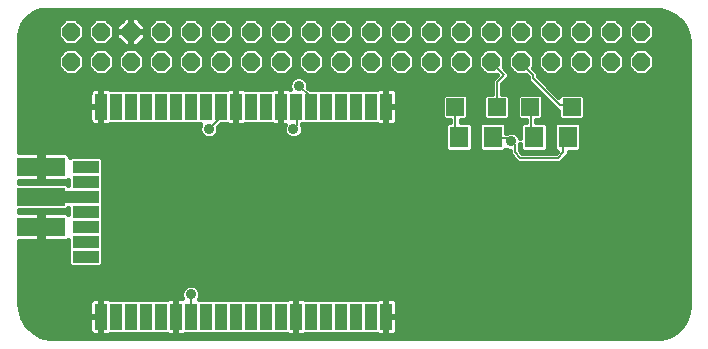
<source format=gtl>
G75*
%MOIN*%
%OFA0B0*%
%FSLAX25Y25*%
%IPPOS*%
%LPD*%
%AMOC8*
5,1,8,0,0,1.08239X$1,22.5*
%
%ADD10R,0.16000X0.06000*%
%ADD11OC8,0.06000*%
%ADD12R,0.04000X0.08858*%
%ADD13R,0.08858X0.04000*%
%ADD14R,0.05906X0.05906*%
%ADD15R,0.06299X0.07098*%
%ADD16C,0.04000*%
%ADD17C,0.00600*%
%ADD18C,0.03600*%
%ADD19C,0.01600*%
%ADD20R,0.03962X0.03962*%
D10*
X0016800Y0051800D03*
X0016800Y0061800D03*
X0016800Y0071800D03*
D11*
X0026800Y0106800D03*
X0036800Y0106800D03*
X0046800Y0106800D03*
X0056800Y0106800D03*
X0066800Y0106800D03*
X0076800Y0106800D03*
X0086800Y0106800D03*
X0096800Y0106800D03*
X0106800Y0106800D03*
X0116800Y0106800D03*
X0126800Y0106800D03*
X0136800Y0106800D03*
X0146800Y0106800D03*
X0156800Y0106800D03*
X0166800Y0106800D03*
X0176800Y0106800D03*
X0186800Y0106800D03*
X0196800Y0106800D03*
X0206800Y0106800D03*
X0216800Y0106800D03*
X0216800Y0116800D03*
X0206800Y0116800D03*
X0196800Y0116800D03*
X0186800Y0116800D03*
X0176800Y0116800D03*
X0166800Y0116800D03*
X0156800Y0116800D03*
X0146800Y0116800D03*
X0136800Y0116800D03*
X0126800Y0116800D03*
X0116800Y0116800D03*
X0106800Y0116800D03*
X0096800Y0116800D03*
X0086800Y0116800D03*
X0076800Y0116800D03*
X0066800Y0116800D03*
X0056800Y0116800D03*
X0046800Y0116800D03*
X0036800Y0116800D03*
X0026800Y0116800D03*
D12*
X0036800Y0091800D03*
X0041800Y0091800D03*
X0046800Y0091800D03*
X0051800Y0091800D03*
X0056800Y0091800D03*
X0061800Y0091800D03*
X0066800Y0091800D03*
X0071800Y0091800D03*
X0076800Y0091800D03*
X0081800Y0091800D03*
X0086800Y0091800D03*
X0091800Y0091800D03*
X0096800Y0091800D03*
X0101800Y0091800D03*
X0106800Y0091800D03*
X0111800Y0091800D03*
X0116800Y0091800D03*
X0121800Y0091800D03*
X0126800Y0091800D03*
X0131800Y0091800D03*
X0131800Y0021800D03*
X0126800Y0021800D03*
X0121800Y0021800D03*
X0116800Y0021800D03*
X0111800Y0021800D03*
X0106800Y0021800D03*
X0101800Y0021800D03*
X0096800Y0021800D03*
X0091800Y0021800D03*
X0086800Y0021800D03*
X0081800Y0021800D03*
X0076800Y0021800D03*
X0071800Y0021800D03*
X0066800Y0021800D03*
X0061800Y0021800D03*
X0056800Y0021800D03*
X0051800Y0021800D03*
X0046800Y0021800D03*
X0041800Y0021800D03*
X0036800Y0021800D03*
D13*
X0031800Y0041800D03*
X0031800Y0046800D03*
X0031800Y0051800D03*
X0031800Y0056800D03*
X0031800Y0061800D03*
X0031800Y0066800D03*
X0031800Y0071800D03*
D14*
X0154910Y0091800D03*
X0168690Y0091800D03*
X0179910Y0091800D03*
X0193690Y0091800D03*
D15*
X0192398Y0081800D03*
X0181202Y0081800D03*
X0167398Y0081800D03*
X0156202Y0081800D03*
D16*
X0031800Y0061800D02*
X0016800Y0061800D01*
D17*
X0072800Y0084400D02*
X0076400Y0088000D01*
X0076400Y0091600D01*
X0076800Y0091800D01*
X0101000Y0084400D02*
X0102200Y0085600D01*
X0102200Y0091600D01*
X0101800Y0091800D01*
X0106400Y0092200D02*
X0106800Y0091800D01*
X0106400Y0092200D02*
X0106400Y0095200D01*
X0102800Y0098800D01*
X0154910Y0091800D02*
X0155000Y0091600D01*
X0155000Y0083200D01*
X0156200Y0082000D01*
X0156202Y0081800D01*
X0167398Y0081800D02*
X0167600Y0081400D01*
X0172400Y0081400D01*
X0173600Y0080200D01*
X0174800Y0079000D01*
X0174800Y0076600D01*
X0176600Y0074800D01*
X0189200Y0074800D01*
X0191000Y0076600D01*
X0191000Y0080200D01*
X0192200Y0081400D01*
X0192398Y0081800D01*
X0181202Y0081800D02*
X0180800Y0082000D01*
X0180200Y0082600D01*
X0180200Y0091600D01*
X0179910Y0091800D01*
X0180800Y0101200D02*
X0189800Y0092200D01*
X0193400Y0092200D01*
X0193690Y0091800D01*
X0180800Y0101200D02*
X0180800Y0102400D01*
X0176600Y0106600D01*
X0176800Y0106800D01*
X0171200Y0102400D02*
X0166800Y0106800D01*
X0171200Y0102400D02*
X0168800Y0100000D01*
X0168800Y0092200D01*
X0168690Y0091800D01*
X0066800Y0029200D02*
X0066800Y0021800D01*
D18*
X0066800Y0029200D03*
X0072800Y0084400D03*
X0101000Y0084400D03*
X0102800Y0098800D03*
X0173600Y0080200D03*
D19*
X0016602Y0015463D02*
X0014037Y0016944D01*
X0011944Y0019037D01*
X0010463Y0021602D01*
X0009697Y0024462D01*
X0009600Y0025942D01*
X0009600Y0047000D01*
X0016100Y0047000D01*
X0016100Y0051100D01*
X0017500Y0051100D01*
X0017500Y0047000D01*
X0025037Y0047000D01*
X0025495Y0047123D01*
X0025905Y0047360D01*
X0025971Y0047425D01*
X0025971Y0044220D01*
X0025971Y0039220D01*
X0026791Y0038400D01*
X0036809Y0038400D01*
X0037629Y0039220D01*
X0037629Y0074380D01*
X0036809Y0075200D01*
X0026791Y0075200D01*
X0026600Y0075009D01*
X0026600Y0075037D01*
X0026477Y0075495D01*
X0026240Y0075905D01*
X0025905Y0076240D01*
X0025495Y0076477D01*
X0025037Y0076600D01*
X0017500Y0076600D01*
X0017500Y0072500D01*
X0016100Y0072500D01*
X0016100Y0076600D01*
X0009600Y0076600D01*
X0009600Y0115598D01*
X0009703Y0116906D01*
X0010511Y0119394D01*
X0012049Y0121511D01*
X0014166Y0123049D01*
X0016655Y0123858D01*
X0017963Y0123961D01*
X0222275Y0123961D01*
X0223636Y0123871D01*
X0226265Y0123167D01*
X0228622Y0121806D01*
X0230546Y0119882D01*
X0231907Y0117525D01*
X0232612Y0114896D01*
X0232701Y0113535D01*
X0232701Y0025055D01*
X0232611Y0023691D01*
X0231905Y0021054D01*
X0230540Y0018691D01*
X0228610Y0016761D01*
X0226247Y0015396D01*
X0223610Y0014689D01*
X0222245Y0014600D01*
X0020942Y0014600D01*
X0019462Y0014697D01*
X0016602Y0015463D01*
X0018342Y0014997D02*
X0224758Y0014997D01*
X0228324Y0016596D02*
X0135431Y0016596D01*
X0135477Y0016676D02*
X0135600Y0017134D01*
X0135600Y0021600D01*
X0132000Y0021600D01*
X0132000Y0022000D01*
X0131600Y0022000D01*
X0131600Y0028029D01*
X0129563Y0028029D01*
X0129105Y0027906D01*
X0128695Y0027669D01*
X0128654Y0027629D01*
X0104946Y0027629D01*
X0104905Y0027669D01*
X0104495Y0027906D01*
X0104037Y0028029D01*
X0102000Y0028029D01*
X0102000Y0022000D01*
X0101600Y0022000D01*
X0101600Y0028029D01*
X0099563Y0028029D01*
X0099105Y0027906D01*
X0098695Y0027669D01*
X0098654Y0027629D01*
X0069613Y0027629D01*
X0070000Y0028563D01*
X0070000Y0029837D01*
X0069513Y0031013D01*
X0068613Y0031913D01*
X0067437Y0032400D01*
X0066163Y0032400D01*
X0064987Y0031913D01*
X0064087Y0031013D01*
X0063600Y0029837D01*
X0063600Y0028563D01*
X0063821Y0028029D01*
X0062000Y0028029D01*
X0062000Y0022000D01*
X0061600Y0022000D01*
X0061600Y0028029D01*
X0059563Y0028029D01*
X0059105Y0027906D01*
X0058695Y0027669D01*
X0058654Y0027629D01*
X0039946Y0027629D01*
X0039905Y0027669D01*
X0039495Y0027906D01*
X0039037Y0028029D01*
X0037000Y0028029D01*
X0037000Y0022000D01*
X0036600Y0022000D01*
X0036600Y0028029D01*
X0034563Y0028029D01*
X0034105Y0027906D01*
X0033695Y0027669D01*
X0033360Y0027334D01*
X0033123Y0026924D01*
X0033000Y0026466D01*
X0033000Y0022000D01*
X0036600Y0022000D01*
X0036600Y0021600D01*
X0037000Y0021600D01*
X0037000Y0015571D01*
X0039037Y0015571D01*
X0039495Y0015694D01*
X0039905Y0015930D01*
X0039946Y0015971D01*
X0058654Y0015971D01*
X0058695Y0015930D01*
X0059105Y0015694D01*
X0059563Y0015571D01*
X0061600Y0015571D01*
X0061600Y0021600D01*
X0062000Y0021600D01*
X0062000Y0015571D01*
X0064037Y0015571D01*
X0064495Y0015694D01*
X0064905Y0015930D01*
X0064946Y0015971D01*
X0098654Y0015971D01*
X0098695Y0015930D01*
X0099105Y0015694D01*
X0099563Y0015571D01*
X0101600Y0015571D01*
X0101600Y0021600D01*
X0102000Y0021600D01*
X0102000Y0015571D01*
X0104037Y0015571D01*
X0104495Y0015694D01*
X0104905Y0015930D01*
X0104946Y0015971D01*
X0128654Y0015971D01*
X0128695Y0015930D01*
X0129105Y0015694D01*
X0129563Y0015571D01*
X0131600Y0015571D01*
X0131600Y0021600D01*
X0132000Y0021600D01*
X0132000Y0015571D01*
X0134037Y0015571D01*
X0134495Y0015694D01*
X0134905Y0015930D01*
X0135240Y0016266D01*
X0135477Y0016676D01*
X0135600Y0018194D02*
X0230044Y0018194D01*
X0231177Y0019793D02*
X0135600Y0019793D01*
X0135600Y0021391D02*
X0231995Y0021391D01*
X0232423Y0022990D02*
X0135600Y0022990D01*
X0135600Y0022000D02*
X0132000Y0022000D01*
X0132000Y0028029D01*
X0134037Y0028029D01*
X0134495Y0027906D01*
X0134905Y0027669D01*
X0135240Y0027334D01*
X0135477Y0026924D01*
X0135600Y0026466D01*
X0135600Y0022000D01*
X0132000Y0021391D02*
X0131600Y0021391D01*
X0131600Y0019793D02*
X0132000Y0019793D01*
X0132000Y0018194D02*
X0131600Y0018194D01*
X0131600Y0016596D02*
X0132000Y0016596D01*
X0132000Y0022990D02*
X0131600Y0022990D01*
X0131600Y0024588D02*
X0132000Y0024588D01*
X0132000Y0026187D02*
X0131600Y0026187D01*
X0131600Y0027785D02*
X0132000Y0027785D01*
X0134705Y0027785D02*
X0232701Y0027785D01*
X0232701Y0026187D02*
X0135600Y0026187D01*
X0135600Y0024588D02*
X0232670Y0024588D01*
X0232701Y0029384D02*
X0070000Y0029384D01*
X0069678Y0027785D02*
X0098895Y0027785D01*
X0101600Y0027785D02*
X0102000Y0027785D01*
X0102000Y0026187D02*
X0101600Y0026187D01*
X0101600Y0024588D02*
X0102000Y0024588D01*
X0102000Y0022990D02*
X0101600Y0022990D01*
X0101600Y0021391D02*
X0102000Y0021391D01*
X0102000Y0019793D02*
X0101600Y0019793D01*
X0101600Y0018194D02*
X0102000Y0018194D01*
X0102000Y0016596D02*
X0101600Y0016596D01*
X0104705Y0027785D02*
X0128895Y0027785D01*
X0069525Y0030982D02*
X0232701Y0030982D01*
X0232701Y0032581D02*
X0009600Y0032581D01*
X0009600Y0034179D02*
X0232701Y0034179D01*
X0232701Y0035778D02*
X0009600Y0035778D01*
X0009600Y0037376D02*
X0232701Y0037376D01*
X0232701Y0038975D02*
X0037384Y0038975D01*
X0037629Y0040573D02*
X0232701Y0040573D01*
X0232701Y0042172D02*
X0037629Y0042172D01*
X0037629Y0043770D02*
X0232701Y0043770D01*
X0232701Y0045369D02*
X0037629Y0045369D01*
X0037629Y0046967D02*
X0232701Y0046967D01*
X0232701Y0048566D02*
X0037629Y0048566D01*
X0037629Y0050164D02*
X0232701Y0050164D01*
X0232701Y0051763D02*
X0037629Y0051763D01*
X0037629Y0053361D02*
X0232701Y0053361D01*
X0232701Y0054960D02*
X0037629Y0054960D01*
X0037629Y0056558D02*
X0232701Y0056558D01*
X0232701Y0058157D02*
X0037629Y0058157D01*
X0037629Y0059755D02*
X0232701Y0059755D01*
X0232701Y0061354D02*
X0037629Y0061354D01*
X0037629Y0062952D02*
X0232701Y0062952D01*
X0232701Y0064551D02*
X0037629Y0064551D01*
X0037629Y0066149D02*
X0232701Y0066149D01*
X0232701Y0067748D02*
X0037629Y0067748D01*
X0037629Y0069346D02*
X0232701Y0069346D01*
X0232701Y0070945D02*
X0037629Y0070945D01*
X0037629Y0072543D02*
X0232701Y0072543D01*
X0232701Y0074142D02*
X0190946Y0074142D01*
X0191704Y0074900D02*
X0189904Y0073100D01*
X0175896Y0073100D01*
X0174900Y0074096D01*
X0173100Y0075896D01*
X0173100Y0077000D01*
X0172963Y0077000D01*
X0171787Y0077487D01*
X0171776Y0077499D01*
X0171128Y0076851D01*
X0163669Y0076851D01*
X0162849Y0077671D01*
X0162849Y0085929D01*
X0163669Y0086749D01*
X0171128Y0086749D01*
X0171948Y0085929D01*
X0171948Y0083100D01*
X0172239Y0083100D01*
X0172963Y0083400D01*
X0174237Y0083400D01*
X0175413Y0082913D01*
X0176313Y0082013D01*
X0176652Y0081194D01*
X0176652Y0085929D01*
X0177472Y0086749D01*
X0178500Y0086749D01*
X0178500Y0087447D01*
X0176378Y0087447D01*
X0175557Y0088267D01*
X0175557Y0095333D01*
X0176378Y0096153D01*
X0183443Y0096153D01*
X0184263Y0095333D01*
X0184263Y0088267D01*
X0183443Y0087447D01*
X0181900Y0087447D01*
X0181900Y0086749D01*
X0184931Y0086749D01*
X0185751Y0085929D01*
X0185751Y0077671D01*
X0184931Y0076851D01*
X0177472Y0076851D01*
X0176652Y0077671D01*
X0176652Y0079206D01*
X0176500Y0078839D01*
X0176500Y0077304D01*
X0177304Y0076500D01*
X0188496Y0076500D01*
X0188847Y0076851D01*
X0188669Y0076851D01*
X0187849Y0077671D01*
X0187849Y0085929D01*
X0188669Y0086749D01*
X0196128Y0086749D01*
X0196948Y0085929D01*
X0196948Y0077671D01*
X0196128Y0076851D01*
X0192700Y0076851D01*
X0192700Y0075896D01*
X0191704Y0074900D01*
X0192545Y0075740D02*
X0232701Y0075740D01*
X0232701Y0077339D02*
X0196616Y0077339D01*
X0196948Y0078937D02*
X0232701Y0078937D01*
X0232701Y0080536D02*
X0196948Y0080536D01*
X0196948Y0082134D02*
X0232701Y0082134D01*
X0232701Y0083733D02*
X0196948Y0083733D01*
X0196948Y0085332D02*
X0232701Y0085332D01*
X0232701Y0086930D02*
X0181900Y0086930D01*
X0184263Y0088529D02*
X0189337Y0088529D01*
X0189337Y0088267D02*
X0190157Y0087447D01*
X0197222Y0087447D01*
X0198043Y0088267D01*
X0198043Y0095333D01*
X0197222Y0096153D01*
X0190157Y0096153D01*
X0189337Y0095333D01*
X0189337Y0095067D01*
X0182500Y0101904D01*
X0182500Y0103104D01*
X0180913Y0104691D01*
X0181200Y0104977D01*
X0181200Y0108623D01*
X0178623Y0111200D01*
X0174977Y0111200D01*
X0172400Y0108623D01*
X0172400Y0104977D01*
X0174977Y0102400D01*
X0178396Y0102400D01*
X0179100Y0101696D01*
X0179100Y0100496D01*
X0180096Y0099500D01*
X0188100Y0091496D01*
X0188100Y0091496D01*
X0189096Y0090500D01*
X0189337Y0090500D01*
X0189337Y0088267D01*
X0189337Y0090127D02*
X0184263Y0090127D01*
X0184263Y0091726D02*
X0187870Y0091726D01*
X0186272Y0093324D02*
X0184263Y0093324D01*
X0184263Y0094923D02*
X0184673Y0094923D01*
X0183075Y0096521D02*
X0170500Y0096521D01*
X0170500Y0096153D02*
X0170500Y0099296D01*
X0171904Y0100700D01*
X0172900Y0101696D01*
X0172900Y0103104D01*
X0171113Y0104891D01*
X0171200Y0104977D01*
X0171200Y0108623D01*
X0168623Y0111200D01*
X0164977Y0111200D01*
X0162400Y0108623D01*
X0162400Y0104977D01*
X0164977Y0102400D01*
X0168623Y0102400D01*
X0168709Y0102487D01*
X0168796Y0102400D01*
X0167100Y0100704D01*
X0167100Y0096153D01*
X0165157Y0096153D01*
X0164337Y0095333D01*
X0164337Y0088267D01*
X0165157Y0087447D01*
X0172222Y0087447D01*
X0173043Y0088267D01*
X0173043Y0095333D01*
X0172222Y0096153D01*
X0170500Y0096153D01*
X0173043Y0094923D02*
X0175557Y0094923D01*
X0175557Y0093324D02*
X0173043Y0093324D01*
X0173043Y0091726D02*
X0175557Y0091726D01*
X0175557Y0090127D02*
X0173043Y0090127D01*
X0173043Y0088529D02*
X0175557Y0088529D01*
X0178500Y0086930D02*
X0156700Y0086930D01*
X0156700Y0086749D02*
X0156700Y0087447D01*
X0158443Y0087447D01*
X0159263Y0088267D01*
X0159263Y0095333D01*
X0158443Y0096153D01*
X0151378Y0096153D01*
X0150557Y0095333D01*
X0150557Y0088267D01*
X0151378Y0087447D01*
X0153300Y0087447D01*
X0153300Y0086749D01*
X0152472Y0086749D01*
X0151652Y0085929D01*
X0151652Y0077671D01*
X0152472Y0076851D01*
X0159931Y0076851D01*
X0160751Y0077671D01*
X0160751Y0085929D01*
X0159931Y0086749D01*
X0156700Y0086749D01*
X0159263Y0088529D02*
X0164337Y0088529D01*
X0164337Y0090127D02*
X0159263Y0090127D01*
X0159263Y0091726D02*
X0164337Y0091726D01*
X0164337Y0093324D02*
X0159263Y0093324D01*
X0159263Y0094923D02*
X0164337Y0094923D01*
X0167100Y0096521D02*
X0135585Y0096521D01*
X0135600Y0096466D02*
X0135477Y0096924D01*
X0135240Y0097334D01*
X0134905Y0097669D01*
X0134495Y0097906D01*
X0134037Y0098029D01*
X0132000Y0098029D01*
X0132000Y0092000D01*
X0131600Y0092000D01*
X0131600Y0098029D01*
X0129563Y0098029D01*
X0129105Y0097906D01*
X0128695Y0097669D01*
X0128654Y0097629D01*
X0106375Y0097629D01*
X0105953Y0098051D01*
X0106000Y0098163D01*
X0106000Y0099437D01*
X0105513Y0100613D01*
X0104613Y0101513D01*
X0103437Y0102000D01*
X0102163Y0102000D01*
X0100987Y0101513D01*
X0100087Y0100613D01*
X0099600Y0099437D01*
X0099600Y0098163D01*
X0099773Y0097746D01*
X0099495Y0097906D01*
X0099037Y0098029D01*
X0097000Y0098029D01*
X0097000Y0092000D01*
X0096600Y0092000D01*
X0096600Y0098029D01*
X0094563Y0098029D01*
X0094105Y0097906D01*
X0093695Y0097669D01*
X0093654Y0097629D01*
X0084946Y0097629D01*
X0084905Y0097669D01*
X0084495Y0097906D01*
X0084037Y0098029D01*
X0082000Y0098029D01*
X0082000Y0092000D01*
X0081600Y0092000D01*
X0081600Y0098029D01*
X0079563Y0098029D01*
X0079105Y0097906D01*
X0078695Y0097669D01*
X0078654Y0097629D01*
X0039946Y0097629D01*
X0039905Y0097669D01*
X0039495Y0097906D01*
X0039037Y0098029D01*
X0037000Y0098029D01*
X0037000Y0092000D01*
X0036600Y0092000D01*
X0036600Y0098029D01*
X0034563Y0098029D01*
X0034105Y0097906D01*
X0033695Y0097669D01*
X0033360Y0097334D01*
X0033123Y0096924D01*
X0033000Y0096466D01*
X0033000Y0092000D01*
X0036600Y0092000D01*
X0036600Y0091600D01*
X0037000Y0091600D01*
X0037000Y0085571D01*
X0039037Y0085571D01*
X0039495Y0085694D01*
X0039905Y0085930D01*
X0039946Y0085971D01*
X0069987Y0085971D01*
X0069600Y0085037D01*
X0069600Y0083763D01*
X0070087Y0082587D01*
X0070987Y0081687D01*
X0072163Y0081200D01*
X0073437Y0081200D01*
X0074613Y0081687D01*
X0075513Y0082587D01*
X0076000Y0083763D01*
X0076000Y0085037D01*
X0075953Y0085149D01*
X0076775Y0085971D01*
X0078654Y0085971D01*
X0078695Y0085930D01*
X0079105Y0085694D01*
X0079563Y0085571D01*
X0081600Y0085571D01*
X0081600Y0091600D01*
X0082000Y0091600D01*
X0082000Y0085571D01*
X0084037Y0085571D01*
X0084495Y0085694D01*
X0084905Y0085930D01*
X0084946Y0085971D01*
X0093654Y0085971D01*
X0093695Y0085930D01*
X0094105Y0085694D01*
X0094563Y0085571D01*
X0096600Y0085571D01*
X0096600Y0091600D01*
X0097000Y0091600D01*
X0097000Y0085571D01*
X0098021Y0085571D01*
X0097800Y0085037D01*
X0097800Y0083763D01*
X0098287Y0082587D01*
X0099187Y0081687D01*
X0100363Y0081200D01*
X0101637Y0081200D01*
X0102813Y0081687D01*
X0103713Y0082587D01*
X0104200Y0083763D01*
X0104200Y0085037D01*
X0103900Y0085761D01*
X0103900Y0085971D01*
X0128654Y0085971D01*
X0128695Y0085930D01*
X0129105Y0085694D01*
X0129563Y0085571D01*
X0131600Y0085571D01*
X0131600Y0091600D01*
X0132000Y0091600D01*
X0132000Y0092000D01*
X0135600Y0092000D01*
X0135600Y0096466D01*
X0135600Y0094923D02*
X0150557Y0094923D01*
X0150557Y0093324D02*
X0135600Y0093324D01*
X0135600Y0091600D02*
X0132000Y0091600D01*
X0132000Y0085571D01*
X0134037Y0085571D01*
X0134495Y0085694D01*
X0134905Y0085930D01*
X0135240Y0086266D01*
X0135477Y0086676D01*
X0135600Y0087134D01*
X0135600Y0091600D01*
X0135600Y0090127D02*
X0150557Y0090127D01*
X0150557Y0088529D02*
X0135600Y0088529D01*
X0135545Y0086930D02*
X0153300Y0086930D01*
X0151652Y0085332D02*
X0104078Y0085332D01*
X0104187Y0083733D02*
X0151652Y0083733D01*
X0151652Y0082134D02*
X0103260Y0082134D01*
X0098740Y0082134D02*
X0075060Y0082134D01*
X0075987Y0083733D02*
X0097813Y0083733D01*
X0097922Y0085332D02*
X0076136Y0085332D01*
X0081600Y0086930D02*
X0082000Y0086930D01*
X0082000Y0088529D02*
X0081600Y0088529D01*
X0081600Y0090127D02*
X0082000Y0090127D01*
X0082000Y0093324D02*
X0081600Y0093324D01*
X0081600Y0094923D02*
X0082000Y0094923D01*
X0082000Y0096521D02*
X0081600Y0096521D01*
X0078623Y0102400D02*
X0074977Y0102400D01*
X0072400Y0104977D01*
X0072400Y0108623D01*
X0074977Y0111200D01*
X0078623Y0111200D01*
X0081200Y0108623D01*
X0081200Y0104977D01*
X0078623Y0102400D01*
X0079138Y0102915D02*
X0084462Y0102915D01*
X0084977Y0102400D02*
X0088623Y0102400D01*
X0091200Y0104977D01*
X0091200Y0108623D01*
X0088623Y0111200D01*
X0084977Y0111200D01*
X0082400Y0108623D01*
X0082400Y0104977D01*
X0084977Y0102400D01*
X0082864Y0104514D02*
X0080736Y0104514D01*
X0081200Y0106112D02*
X0082400Y0106112D01*
X0082400Y0107711D02*
X0081200Y0107711D01*
X0080513Y0109309D02*
X0083087Y0109309D01*
X0084685Y0110908D02*
X0078915Y0110908D01*
X0078623Y0112400D02*
X0081200Y0114977D01*
X0081200Y0118623D01*
X0078623Y0121200D01*
X0074977Y0121200D01*
X0072400Y0118623D01*
X0072400Y0114977D01*
X0074977Y0112400D01*
X0078623Y0112400D01*
X0078729Y0112506D02*
X0084871Y0112506D01*
X0084977Y0112400D02*
X0088623Y0112400D01*
X0091200Y0114977D01*
X0091200Y0118623D01*
X0088623Y0121200D01*
X0084977Y0121200D01*
X0082400Y0118623D01*
X0082400Y0114977D01*
X0084977Y0112400D01*
X0083273Y0114105D02*
X0080327Y0114105D01*
X0081200Y0115703D02*
X0082400Y0115703D01*
X0082400Y0117302D02*
X0081200Y0117302D01*
X0080922Y0118900D02*
X0082678Y0118900D01*
X0084276Y0120499D02*
X0079324Y0120499D01*
X0074276Y0120499D02*
X0069324Y0120499D01*
X0068623Y0121200D02*
X0064977Y0121200D01*
X0062400Y0118623D01*
X0062400Y0114977D01*
X0064977Y0112400D01*
X0068623Y0112400D01*
X0071200Y0114977D01*
X0071200Y0118623D01*
X0068623Y0121200D01*
X0070922Y0118900D02*
X0072678Y0118900D01*
X0072400Y0117302D02*
X0071200Y0117302D01*
X0071200Y0115703D02*
X0072400Y0115703D01*
X0073273Y0114105D02*
X0070327Y0114105D01*
X0068729Y0112506D02*
X0074871Y0112506D01*
X0074685Y0110908D02*
X0068915Y0110908D01*
X0068623Y0111200D02*
X0064977Y0111200D01*
X0062400Y0108623D01*
X0062400Y0104977D01*
X0064977Y0102400D01*
X0068623Y0102400D01*
X0071200Y0104977D01*
X0071200Y0108623D01*
X0068623Y0111200D01*
X0070513Y0109309D02*
X0073087Y0109309D01*
X0072400Y0107711D02*
X0071200Y0107711D01*
X0071200Y0106112D02*
X0072400Y0106112D01*
X0072864Y0104514D02*
X0070736Y0104514D01*
X0069138Y0102915D02*
X0074462Y0102915D01*
X0064462Y0102915D02*
X0059138Y0102915D01*
X0058623Y0102400D02*
X0061200Y0104977D01*
X0061200Y0108623D01*
X0058623Y0111200D01*
X0054977Y0111200D01*
X0052400Y0108623D01*
X0052400Y0104977D01*
X0054977Y0102400D01*
X0058623Y0102400D01*
X0060736Y0104514D02*
X0062864Y0104514D01*
X0062400Y0106112D02*
X0061200Y0106112D01*
X0061200Y0107711D02*
X0062400Y0107711D01*
X0063087Y0109309D02*
X0060513Y0109309D01*
X0058915Y0110908D02*
X0064685Y0110908D01*
X0064871Y0112506D02*
X0058729Y0112506D01*
X0058623Y0112400D02*
X0061200Y0114977D01*
X0061200Y0118623D01*
X0058623Y0121200D01*
X0054977Y0121200D01*
X0052400Y0118623D01*
X0052400Y0114977D01*
X0054977Y0112400D01*
X0058623Y0112400D01*
X0060327Y0114105D02*
X0063273Y0114105D01*
X0062400Y0115703D02*
X0061200Y0115703D01*
X0061200Y0117302D02*
X0062400Y0117302D01*
X0062678Y0118900D02*
X0060922Y0118900D01*
X0059324Y0120499D02*
X0064276Y0120499D01*
X0054276Y0120499D02*
X0049889Y0120499D01*
X0048788Y0121600D02*
X0047000Y0121600D01*
X0047000Y0117000D01*
X0051600Y0117000D01*
X0051600Y0118788D01*
X0048788Y0121600D01*
X0047000Y0120499D02*
X0046600Y0120499D01*
X0046600Y0121600D02*
X0044812Y0121600D01*
X0042000Y0118788D01*
X0042000Y0117000D01*
X0046600Y0117000D01*
X0046600Y0121600D01*
X0043711Y0120499D02*
X0039324Y0120499D01*
X0038623Y0121200D02*
X0034977Y0121200D01*
X0032400Y0118623D01*
X0032400Y0114977D01*
X0034977Y0112400D01*
X0038623Y0112400D01*
X0041200Y0114977D01*
X0041200Y0118623D01*
X0038623Y0121200D01*
X0040922Y0118900D02*
X0042112Y0118900D01*
X0042000Y0117302D02*
X0041200Y0117302D01*
X0042000Y0116600D02*
X0042000Y0114812D01*
X0044812Y0112000D01*
X0046600Y0112000D01*
X0046600Y0116600D01*
X0047000Y0116600D01*
X0047000Y0117000D01*
X0046600Y0117000D01*
X0046600Y0116600D01*
X0042000Y0116600D01*
X0042000Y0115703D02*
X0041200Y0115703D01*
X0040327Y0114105D02*
X0042707Y0114105D01*
X0044306Y0112506D02*
X0038729Y0112506D01*
X0038623Y0111200D02*
X0034977Y0111200D01*
X0032400Y0108623D01*
X0032400Y0104977D01*
X0034977Y0102400D01*
X0038623Y0102400D01*
X0041200Y0104977D01*
X0041200Y0108623D01*
X0038623Y0111200D01*
X0038915Y0110908D02*
X0044685Y0110908D01*
X0044977Y0111200D02*
X0042400Y0108623D01*
X0042400Y0104977D01*
X0044977Y0102400D01*
X0048623Y0102400D01*
X0051200Y0104977D01*
X0051200Y0108623D01*
X0048623Y0111200D01*
X0044977Y0111200D01*
X0046600Y0112506D02*
X0047000Y0112506D01*
X0047000Y0112000D02*
X0048788Y0112000D01*
X0051600Y0114812D01*
X0051600Y0116600D01*
X0047000Y0116600D01*
X0047000Y0112000D01*
X0048915Y0110908D02*
X0054685Y0110908D01*
X0054871Y0112506D02*
X0049294Y0112506D01*
X0050893Y0114105D02*
X0053273Y0114105D01*
X0052400Y0115703D02*
X0051600Y0115703D01*
X0051600Y0117302D02*
X0052400Y0117302D01*
X0052678Y0118900D02*
X0051488Y0118900D01*
X0047000Y0118900D02*
X0046600Y0118900D01*
X0046600Y0117302D02*
X0047000Y0117302D01*
X0047000Y0115703D02*
X0046600Y0115703D01*
X0046600Y0114105D02*
X0047000Y0114105D01*
X0050513Y0109309D02*
X0053087Y0109309D01*
X0052400Y0107711D02*
X0051200Y0107711D01*
X0051200Y0106112D02*
X0052400Y0106112D01*
X0052864Y0104514D02*
X0050736Y0104514D01*
X0049138Y0102915D02*
X0054462Y0102915D01*
X0044462Y0102915D02*
X0039138Y0102915D01*
X0040736Y0104514D02*
X0042864Y0104514D01*
X0042400Y0106112D02*
X0041200Y0106112D01*
X0041200Y0107711D02*
X0042400Y0107711D01*
X0043087Y0109309D02*
X0040513Y0109309D01*
X0034685Y0110908D02*
X0028915Y0110908D01*
X0028623Y0111200D02*
X0024977Y0111200D01*
X0022400Y0108623D01*
X0022400Y0104977D01*
X0024977Y0102400D01*
X0028623Y0102400D01*
X0031200Y0104977D01*
X0031200Y0108623D01*
X0028623Y0111200D01*
X0028623Y0112400D02*
X0031200Y0114977D01*
X0031200Y0118623D01*
X0028623Y0121200D01*
X0024977Y0121200D01*
X0022400Y0118623D01*
X0022400Y0114977D01*
X0024977Y0112400D01*
X0028623Y0112400D01*
X0028729Y0112506D02*
X0034871Y0112506D01*
X0033273Y0114105D02*
X0030327Y0114105D01*
X0031200Y0115703D02*
X0032400Y0115703D01*
X0032400Y0117302D02*
X0031200Y0117302D01*
X0030922Y0118900D02*
X0032678Y0118900D01*
X0034276Y0120499D02*
X0029324Y0120499D01*
X0024276Y0120499D02*
X0011314Y0120499D01*
X0010351Y0118900D02*
X0022678Y0118900D01*
X0022400Y0117302D02*
X0009832Y0117302D01*
X0009703Y0116906D02*
X0009703Y0116906D01*
X0009608Y0115703D02*
X0022400Y0115703D01*
X0023273Y0114105D02*
X0009600Y0114105D01*
X0009600Y0112506D02*
X0024871Y0112506D01*
X0024685Y0110908D02*
X0009600Y0110908D01*
X0009600Y0109309D02*
X0023087Y0109309D01*
X0022400Y0107711D02*
X0009600Y0107711D01*
X0009600Y0106112D02*
X0022400Y0106112D01*
X0022864Y0104514D02*
X0009600Y0104514D01*
X0009600Y0102915D02*
X0024462Y0102915D01*
X0029138Y0102915D02*
X0034462Y0102915D01*
X0032864Y0104514D02*
X0030736Y0104514D01*
X0031200Y0106112D02*
X0032400Y0106112D01*
X0032400Y0107711D02*
X0031200Y0107711D01*
X0030513Y0109309D02*
X0033087Y0109309D01*
X0033015Y0096521D02*
X0009600Y0096521D01*
X0009600Y0094923D02*
X0033000Y0094923D01*
X0036600Y0094923D02*
X0037000Y0094923D01*
X0037000Y0096521D02*
X0036600Y0096521D01*
X0036600Y0093324D02*
X0037000Y0093324D01*
X0036600Y0091726D02*
X0009600Y0091726D01*
X0009600Y0093324D02*
X0033000Y0093324D01*
X0033000Y0091600D02*
X0033000Y0087134D01*
X0033123Y0086676D01*
X0033360Y0086266D01*
X0033695Y0085930D01*
X0034105Y0085694D01*
X0034563Y0085571D01*
X0036600Y0085571D01*
X0036600Y0091600D01*
X0033000Y0091600D01*
X0033000Y0090127D02*
X0009600Y0090127D01*
X0009600Y0088529D02*
X0033000Y0088529D01*
X0033055Y0086930D02*
X0009600Y0086930D01*
X0009600Y0085332D02*
X0069722Y0085332D01*
X0069613Y0083733D02*
X0009600Y0083733D01*
X0009600Y0082134D02*
X0070540Y0082134D01*
X0096600Y0086930D02*
X0097000Y0086930D01*
X0097000Y0088529D02*
X0096600Y0088529D01*
X0096600Y0090127D02*
X0097000Y0090127D01*
X0097000Y0093324D02*
X0096600Y0093324D01*
X0096600Y0094923D02*
X0097000Y0094923D01*
X0097000Y0096521D02*
X0096600Y0096521D01*
X0099618Y0098120D02*
X0009600Y0098120D01*
X0009600Y0099718D02*
X0099717Y0099718D01*
X0100791Y0101317D02*
X0009600Y0101317D01*
X0036600Y0090127D02*
X0037000Y0090127D01*
X0037000Y0088529D02*
X0036600Y0088529D01*
X0036600Y0086930D02*
X0037000Y0086930D01*
X0026335Y0075740D02*
X0173255Y0075740D01*
X0172145Y0077339D02*
X0171616Y0077339D01*
X0174854Y0074142D02*
X0037629Y0074142D01*
X0025971Y0067425D02*
X0025971Y0065609D01*
X0025380Y0066200D01*
X0009600Y0066200D01*
X0009600Y0067000D01*
X0016100Y0067000D01*
X0016100Y0071100D01*
X0017500Y0071100D01*
X0017500Y0067000D01*
X0025037Y0067000D01*
X0025495Y0067123D01*
X0025905Y0067360D01*
X0025971Y0067425D01*
X0025971Y0066149D02*
X0025430Y0066149D01*
X0017500Y0067748D02*
X0016100Y0067748D01*
X0016100Y0069346D02*
X0017500Y0069346D01*
X0017500Y0070945D02*
X0016100Y0070945D01*
X0016100Y0072543D02*
X0017500Y0072543D01*
X0017500Y0074142D02*
X0016100Y0074142D01*
X0016100Y0075740D02*
X0017500Y0075740D01*
X0009600Y0077339D02*
X0151984Y0077339D01*
X0151652Y0078937D02*
X0009600Y0078937D01*
X0009600Y0080536D02*
X0151652Y0080536D01*
X0160751Y0080536D02*
X0162849Y0080536D01*
X0162849Y0082134D02*
X0160751Y0082134D01*
X0160751Y0083733D02*
X0162849Y0083733D01*
X0162849Y0085332D02*
X0160751Y0085332D01*
X0171948Y0085332D02*
X0176652Y0085332D01*
X0176652Y0083733D02*
X0171948Y0083733D01*
X0176191Y0082134D02*
X0176652Y0082134D01*
X0176652Y0078937D02*
X0176541Y0078937D01*
X0176500Y0077339D02*
X0176984Y0077339D01*
X0185419Y0077339D02*
X0188181Y0077339D01*
X0187849Y0078937D02*
X0185751Y0078937D01*
X0185751Y0080536D02*
X0187849Y0080536D01*
X0187849Y0082134D02*
X0185751Y0082134D01*
X0185751Y0083733D02*
X0187849Y0083733D01*
X0187849Y0085332D02*
X0185751Y0085332D01*
X0198043Y0088529D02*
X0232701Y0088529D01*
X0232701Y0090127D02*
X0198043Y0090127D01*
X0198043Y0091726D02*
X0232701Y0091726D01*
X0232701Y0093324D02*
X0198043Y0093324D01*
X0198043Y0094923D02*
X0232701Y0094923D01*
X0232701Y0096521D02*
X0187883Y0096521D01*
X0186285Y0098120D02*
X0232701Y0098120D01*
X0232701Y0099718D02*
X0184686Y0099718D01*
X0183087Y0101317D02*
X0232701Y0101317D01*
X0232701Y0102915D02*
X0219138Y0102915D01*
X0218623Y0102400D02*
X0221200Y0104977D01*
X0221200Y0108623D01*
X0218623Y0111200D01*
X0214977Y0111200D01*
X0212400Y0108623D01*
X0212400Y0104977D01*
X0214977Y0102400D01*
X0218623Y0102400D01*
X0220736Y0104514D02*
X0232701Y0104514D01*
X0232701Y0106112D02*
X0221200Y0106112D01*
X0221200Y0107711D02*
X0232701Y0107711D01*
X0232701Y0109309D02*
X0220513Y0109309D01*
X0218915Y0110908D02*
X0232701Y0110908D01*
X0232701Y0112506D02*
X0218729Y0112506D01*
X0218623Y0112400D02*
X0221200Y0114977D01*
X0221200Y0118623D01*
X0218623Y0121200D01*
X0214977Y0121200D01*
X0212400Y0118623D01*
X0212400Y0114977D01*
X0214977Y0112400D01*
X0218623Y0112400D01*
X0220327Y0114105D02*
X0232663Y0114105D01*
X0232395Y0115703D02*
X0221200Y0115703D01*
X0221200Y0117302D02*
X0231967Y0117302D01*
X0231113Y0118900D02*
X0220922Y0118900D01*
X0219324Y0120499D02*
X0229929Y0120499D01*
X0228118Y0122097D02*
X0012856Y0122097D01*
X0016156Y0123696D02*
X0224291Y0123696D01*
X0214276Y0120499D02*
X0209324Y0120499D01*
X0208623Y0121200D02*
X0204977Y0121200D01*
X0202400Y0118623D01*
X0202400Y0114977D01*
X0204977Y0112400D01*
X0208623Y0112400D01*
X0211200Y0114977D01*
X0211200Y0118623D01*
X0208623Y0121200D01*
X0210922Y0118900D02*
X0212678Y0118900D01*
X0212400Y0117302D02*
X0211200Y0117302D01*
X0211200Y0115703D02*
X0212400Y0115703D01*
X0213273Y0114105D02*
X0210327Y0114105D01*
X0208729Y0112506D02*
X0214871Y0112506D01*
X0214685Y0110908D02*
X0208915Y0110908D01*
X0208623Y0111200D02*
X0204977Y0111200D01*
X0202400Y0108623D01*
X0202400Y0104977D01*
X0204977Y0102400D01*
X0208623Y0102400D01*
X0211200Y0104977D01*
X0211200Y0108623D01*
X0208623Y0111200D01*
X0210513Y0109309D02*
X0213087Y0109309D01*
X0212400Y0107711D02*
X0211200Y0107711D01*
X0211200Y0106112D02*
X0212400Y0106112D01*
X0212864Y0104514D02*
X0210736Y0104514D01*
X0209138Y0102915D02*
X0214462Y0102915D01*
X0204462Y0102915D02*
X0199138Y0102915D01*
X0198623Y0102400D02*
X0201200Y0104977D01*
X0201200Y0108623D01*
X0198623Y0111200D01*
X0194977Y0111200D01*
X0192400Y0108623D01*
X0192400Y0104977D01*
X0194977Y0102400D01*
X0198623Y0102400D01*
X0200736Y0104514D02*
X0202864Y0104514D01*
X0202400Y0106112D02*
X0201200Y0106112D01*
X0201200Y0107711D02*
X0202400Y0107711D01*
X0203087Y0109309D02*
X0200513Y0109309D01*
X0198915Y0110908D02*
X0204685Y0110908D01*
X0204871Y0112506D02*
X0198729Y0112506D01*
X0198623Y0112400D02*
X0201200Y0114977D01*
X0201200Y0118623D01*
X0198623Y0121200D01*
X0194977Y0121200D01*
X0192400Y0118623D01*
X0192400Y0114977D01*
X0194977Y0112400D01*
X0198623Y0112400D01*
X0200327Y0114105D02*
X0203273Y0114105D01*
X0202400Y0115703D02*
X0201200Y0115703D01*
X0201200Y0117302D02*
X0202400Y0117302D01*
X0202678Y0118900D02*
X0200922Y0118900D01*
X0199324Y0120499D02*
X0204276Y0120499D01*
X0194276Y0120499D02*
X0189324Y0120499D01*
X0188623Y0121200D02*
X0184977Y0121200D01*
X0182400Y0118623D01*
X0182400Y0114977D01*
X0184977Y0112400D01*
X0188623Y0112400D01*
X0191200Y0114977D01*
X0191200Y0118623D01*
X0188623Y0121200D01*
X0190922Y0118900D02*
X0192678Y0118900D01*
X0192400Y0117302D02*
X0191200Y0117302D01*
X0191200Y0115703D02*
X0192400Y0115703D01*
X0193273Y0114105D02*
X0190327Y0114105D01*
X0188729Y0112506D02*
X0194871Y0112506D01*
X0194685Y0110908D02*
X0188915Y0110908D01*
X0188623Y0111200D02*
X0184977Y0111200D01*
X0182400Y0108623D01*
X0182400Y0104977D01*
X0184977Y0102400D01*
X0188623Y0102400D01*
X0191200Y0104977D01*
X0191200Y0108623D01*
X0188623Y0111200D01*
X0190513Y0109309D02*
X0193087Y0109309D01*
X0192400Y0107711D02*
X0191200Y0107711D01*
X0191200Y0106112D02*
X0192400Y0106112D01*
X0192864Y0104514D02*
X0190736Y0104514D01*
X0189138Y0102915D02*
X0194462Y0102915D01*
X0184462Y0102915D02*
X0182500Y0102915D01*
X0182864Y0104514D02*
X0181090Y0104514D01*
X0181200Y0106112D02*
X0182400Y0106112D01*
X0182400Y0107711D02*
X0181200Y0107711D01*
X0180513Y0109309D02*
X0183087Y0109309D01*
X0184685Y0110908D02*
X0178915Y0110908D01*
X0178623Y0112400D02*
X0181200Y0114977D01*
X0181200Y0118623D01*
X0178623Y0121200D01*
X0174977Y0121200D01*
X0172400Y0118623D01*
X0172400Y0114977D01*
X0174977Y0112400D01*
X0178623Y0112400D01*
X0178729Y0112506D02*
X0184871Y0112506D01*
X0183273Y0114105D02*
X0180327Y0114105D01*
X0181200Y0115703D02*
X0182400Y0115703D01*
X0182400Y0117302D02*
X0181200Y0117302D01*
X0180922Y0118900D02*
X0182678Y0118900D01*
X0184276Y0120499D02*
X0179324Y0120499D01*
X0174276Y0120499D02*
X0169324Y0120499D01*
X0168623Y0121200D02*
X0164977Y0121200D01*
X0162400Y0118623D01*
X0162400Y0114977D01*
X0164977Y0112400D01*
X0168623Y0112400D01*
X0171200Y0114977D01*
X0171200Y0118623D01*
X0168623Y0121200D01*
X0170922Y0118900D02*
X0172678Y0118900D01*
X0172400Y0117302D02*
X0171200Y0117302D01*
X0171200Y0115703D02*
X0172400Y0115703D01*
X0173273Y0114105D02*
X0170327Y0114105D01*
X0168729Y0112506D02*
X0174871Y0112506D01*
X0174685Y0110908D02*
X0168915Y0110908D01*
X0170513Y0109309D02*
X0173087Y0109309D01*
X0172400Y0107711D02*
X0171200Y0107711D01*
X0171200Y0106112D02*
X0172400Y0106112D01*
X0172864Y0104514D02*
X0171490Y0104514D01*
X0172900Y0102915D02*
X0174462Y0102915D01*
X0172521Y0101317D02*
X0179100Y0101317D01*
X0179878Y0099718D02*
X0170922Y0099718D01*
X0170500Y0098120D02*
X0181476Y0098120D01*
X0180096Y0099500D02*
X0180096Y0099500D01*
X0167712Y0101317D02*
X0104809Y0101317D01*
X0104977Y0102400D02*
X0108623Y0102400D01*
X0111200Y0104977D01*
X0111200Y0108623D01*
X0108623Y0111200D01*
X0104977Y0111200D01*
X0102400Y0108623D01*
X0102400Y0104977D01*
X0104977Y0102400D01*
X0104462Y0102915D02*
X0099138Y0102915D01*
X0098623Y0102400D02*
X0101200Y0104977D01*
X0101200Y0108623D01*
X0098623Y0111200D01*
X0094977Y0111200D01*
X0092400Y0108623D01*
X0092400Y0104977D01*
X0094977Y0102400D01*
X0098623Y0102400D01*
X0100736Y0104514D02*
X0102864Y0104514D01*
X0102400Y0106112D02*
X0101200Y0106112D01*
X0101200Y0107711D02*
X0102400Y0107711D01*
X0103087Y0109309D02*
X0100513Y0109309D01*
X0098915Y0110908D02*
X0104685Y0110908D01*
X0104977Y0112400D02*
X0108623Y0112400D01*
X0111200Y0114977D01*
X0111200Y0118623D01*
X0108623Y0121200D01*
X0104977Y0121200D01*
X0102400Y0118623D01*
X0102400Y0114977D01*
X0104977Y0112400D01*
X0104871Y0112506D02*
X0098729Y0112506D01*
X0098623Y0112400D02*
X0101200Y0114977D01*
X0101200Y0118623D01*
X0098623Y0121200D01*
X0094977Y0121200D01*
X0092400Y0118623D01*
X0092400Y0114977D01*
X0094977Y0112400D01*
X0098623Y0112400D01*
X0100327Y0114105D02*
X0103273Y0114105D01*
X0102400Y0115703D02*
X0101200Y0115703D01*
X0101200Y0117302D02*
X0102400Y0117302D01*
X0102678Y0118900D02*
X0100922Y0118900D01*
X0099324Y0120499D02*
X0104276Y0120499D01*
X0109324Y0120499D02*
X0114276Y0120499D01*
X0114977Y0121200D02*
X0112400Y0118623D01*
X0112400Y0114977D01*
X0114977Y0112400D01*
X0118623Y0112400D01*
X0121200Y0114977D01*
X0121200Y0118623D01*
X0118623Y0121200D01*
X0114977Y0121200D01*
X0112678Y0118900D02*
X0110922Y0118900D01*
X0111200Y0117302D02*
X0112400Y0117302D01*
X0112400Y0115703D02*
X0111200Y0115703D01*
X0110327Y0114105D02*
X0113273Y0114105D01*
X0114871Y0112506D02*
X0108729Y0112506D01*
X0108915Y0110908D02*
X0114685Y0110908D01*
X0114977Y0111200D02*
X0112400Y0108623D01*
X0112400Y0104977D01*
X0114977Y0102400D01*
X0118623Y0102400D01*
X0121200Y0104977D01*
X0121200Y0108623D01*
X0118623Y0111200D01*
X0114977Y0111200D01*
X0113087Y0109309D02*
X0110513Y0109309D01*
X0111200Y0107711D02*
X0112400Y0107711D01*
X0112400Y0106112D02*
X0111200Y0106112D01*
X0110736Y0104514D02*
X0112864Y0104514D01*
X0114462Y0102915D02*
X0109138Y0102915D01*
X0105883Y0099718D02*
X0167100Y0099718D01*
X0167100Y0098120D02*
X0105982Y0098120D01*
X0094462Y0102915D02*
X0089138Y0102915D01*
X0090736Y0104514D02*
X0092864Y0104514D01*
X0092400Y0106112D02*
X0091200Y0106112D01*
X0091200Y0107711D02*
X0092400Y0107711D01*
X0093087Y0109309D02*
X0090513Y0109309D01*
X0088915Y0110908D02*
X0094685Y0110908D01*
X0094871Y0112506D02*
X0088729Y0112506D01*
X0090327Y0114105D02*
X0093273Y0114105D01*
X0092400Y0115703D02*
X0091200Y0115703D01*
X0091200Y0117302D02*
X0092400Y0117302D01*
X0092678Y0118900D02*
X0090922Y0118900D01*
X0089324Y0120499D02*
X0094276Y0120499D01*
X0118729Y0112506D02*
X0124871Y0112506D01*
X0124977Y0112400D02*
X0128623Y0112400D01*
X0131200Y0114977D01*
X0131200Y0118623D01*
X0128623Y0121200D01*
X0124977Y0121200D01*
X0122400Y0118623D01*
X0122400Y0114977D01*
X0124977Y0112400D01*
X0124977Y0111200D02*
X0122400Y0108623D01*
X0122400Y0104977D01*
X0124977Y0102400D01*
X0128623Y0102400D01*
X0131200Y0104977D01*
X0131200Y0108623D01*
X0128623Y0111200D01*
X0124977Y0111200D01*
X0124685Y0110908D02*
X0118915Y0110908D01*
X0120513Y0109309D02*
X0123087Y0109309D01*
X0122400Y0107711D02*
X0121200Y0107711D01*
X0121200Y0106112D02*
X0122400Y0106112D01*
X0122864Y0104514D02*
X0120736Y0104514D01*
X0119138Y0102915D02*
X0124462Y0102915D01*
X0129138Y0102915D02*
X0134462Y0102915D01*
X0134977Y0102400D02*
X0138623Y0102400D01*
X0141200Y0104977D01*
X0141200Y0108623D01*
X0138623Y0111200D01*
X0134977Y0111200D01*
X0132400Y0108623D01*
X0132400Y0104977D01*
X0134977Y0102400D01*
X0132864Y0104514D02*
X0130736Y0104514D01*
X0131200Y0106112D02*
X0132400Y0106112D01*
X0132400Y0107711D02*
X0131200Y0107711D01*
X0130513Y0109309D02*
X0133087Y0109309D01*
X0134685Y0110908D02*
X0128915Y0110908D01*
X0128729Y0112506D02*
X0134871Y0112506D01*
X0134977Y0112400D02*
X0138623Y0112400D01*
X0141200Y0114977D01*
X0141200Y0118623D01*
X0138623Y0121200D01*
X0134977Y0121200D01*
X0132400Y0118623D01*
X0132400Y0114977D01*
X0134977Y0112400D01*
X0133273Y0114105D02*
X0130327Y0114105D01*
X0131200Y0115703D02*
X0132400Y0115703D01*
X0132400Y0117302D02*
X0131200Y0117302D01*
X0130922Y0118900D02*
X0132678Y0118900D01*
X0134276Y0120499D02*
X0129324Y0120499D01*
X0124276Y0120499D02*
X0119324Y0120499D01*
X0120922Y0118900D02*
X0122678Y0118900D01*
X0122400Y0117302D02*
X0121200Y0117302D01*
X0121200Y0115703D02*
X0122400Y0115703D01*
X0123273Y0114105D02*
X0120327Y0114105D01*
X0138729Y0112506D02*
X0144871Y0112506D01*
X0144977Y0112400D02*
X0148623Y0112400D01*
X0151200Y0114977D01*
X0151200Y0118623D01*
X0148623Y0121200D01*
X0144977Y0121200D01*
X0142400Y0118623D01*
X0142400Y0114977D01*
X0144977Y0112400D01*
X0144977Y0111200D02*
X0142400Y0108623D01*
X0142400Y0104977D01*
X0144977Y0102400D01*
X0148623Y0102400D01*
X0151200Y0104977D01*
X0151200Y0108623D01*
X0148623Y0111200D01*
X0144977Y0111200D01*
X0144685Y0110908D02*
X0138915Y0110908D01*
X0140513Y0109309D02*
X0143087Y0109309D01*
X0142400Y0107711D02*
X0141200Y0107711D01*
X0141200Y0106112D02*
X0142400Y0106112D01*
X0142864Y0104514D02*
X0140736Y0104514D01*
X0139138Y0102915D02*
X0144462Y0102915D01*
X0149138Y0102915D02*
X0154462Y0102915D01*
X0154977Y0102400D02*
X0158623Y0102400D01*
X0161200Y0104977D01*
X0161200Y0108623D01*
X0158623Y0111200D01*
X0154977Y0111200D01*
X0152400Y0108623D01*
X0152400Y0104977D01*
X0154977Y0102400D01*
X0152864Y0104514D02*
X0150736Y0104514D01*
X0151200Y0106112D02*
X0152400Y0106112D01*
X0152400Y0107711D02*
X0151200Y0107711D01*
X0150513Y0109309D02*
X0153087Y0109309D01*
X0154685Y0110908D02*
X0148915Y0110908D01*
X0148729Y0112506D02*
X0154871Y0112506D01*
X0154977Y0112400D02*
X0158623Y0112400D01*
X0161200Y0114977D01*
X0161200Y0118623D01*
X0158623Y0121200D01*
X0154977Y0121200D01*
X0152400Y0118623D01*
X0152400Y0114977D01*
X0154977Y0112400D01*
X0153273Y0114105D02*
X0150327Y0114105D01*
X0151200Y0115703D02*
X0152400Y0115703D01*
X0152400Y0117302D02*
X0151200Y0117302D01*
X0150922Y0118900D02*
X0152678Y0118900D01*
X0154276Y0120499D02*
X0149324Y0120499D01*
X0144276Y0120499D02*
X0139324Y0120499D01*
X0140922Y0118900D02*
X0142678Y0118900D01*
X0142400Y0117302D02*
X0141200Y0117302D01*
X0141200Y0115703D02*
X0142400Y0115703D01*
X0143273Y0114105D02*
X0140327Y0114105D01*
X0158729Y0112506D02*
X0164871Y0112506D01*
X0164685Y0110908D02*
X0158915Y0110908D01*
X0160513Y0109309D02*
X0163087Y0109309D01*
X0162400Y0107711D02*
X0161200Y0107711D01*
X0161200Y0106112D02*
X0162400Y0106112D01*
X0162864Y0104514D02*
X0160736Y0104514D01*
X0159138Y0102915D02*
X0164462Y0102915D01*
X0163273Y0114105D02*
X0160327Y0114105D01*
X0161200Y0115703D02*
X0162400Y0115703D01*
X0162400Y0117302D02*
X0161200Y0117302D01*
X0160922Y0118900D02*
X0162678Y0118900D01*
X0164276Y0120499D02*
X0159324Y0120499D01*
X0132000Y0096521D02*
X0131600Y0096521D01*
X0131600Y0094923D02*
X0132000Y0094923D01*
X0132000Y0093324D02*
X0131600Y0093324D01*
X0132000Y0091726D02*
X0150557Y0091726D01*
X0132000Y0090127D02*
X0131600Y0090127D01*
X0131600Y0088529D02*
X0132000Y0088529D01*
X0132000Y0086930D02*
X0131600Y0086930D01*
X0160751Y0078937D02*
X0162849Y0078937D01*
X0163181Y0077339D02*
X0160419Y0077339D01*
X0064075Y0030982D02*
X0009600Y0030982D01*
X0009600Y0029384D02*
X0063600Y0029384D01*
X0062000Y0027785D02*
X0061600Y0027785D01*
X0061600Y0026187D02*
X0062000Y0026187D01*
X0062000Y0024588D02*
X0061600Y0024588D01*
X0061600Y0022990D02*
X0062000Y0022990D01*
X0062000Y0021391D02*
X0061600Y0021391D01*
X0061600Y0019793D02*
X0062000Y0019793D01*
X0062000Y0018194D02*
X0061600Y0018194D01*
X0061600Y0016596D02*
X0062000Y0016596D01*
X0058895Y0027785D02*
X0039705Y0027785D01*
X0037000Y0027785D02*
X0036600Y0027785D01*
X0036600Y0026187D02*
X0037000Y0026187D01*
X0037000Y0024588D02*
X0036600Y0024588D01*
X0036600Y0022990D02*
X0037000Y0022990D01*
X0036600Y0021600D02*
X0033000Y0021600D01*
X0033000Y0017134D01*
X0033123Y0016676D01*
X0033360Y0016266D01*
X0033695Y0015930D01*
X0034105Y0015694D01*
X0034563Y0015571D01*
X0036600Y0015571D01*
X0036600Y0021600D01*
X0036600Y0021391D02*
X0037000Y0021391D01*
X0037000Y0019793D02*
X0036600Y0019793D01*
X0036600Y0018194D02*
X0037000Y0018194D01*
X0037000Y0016596D02*
X0036600Y0016596D01*
X0033169Y0016596D02*
X0014641Y0016596D01*
X0012787Y0018194D02*
X0033000Y0018194D01*
X0033000Y0019793D02*
X0011508Y0019793D01*
X0010585Y0021391D02*
X0033000Y0021391D01*
X0033000Y0022990D02*
X0010091Y0022990D01*
X0009689Y0024588D02*
X0033000Y0024588D01*
X0033000Y0026187D02*
X0009600Y0026187D01*
X0009600Y0027785D02*
X0033895Y0027785D01*
X0026216Y0038975D02*
X0009600Y0038975D01*
X0009600Y0040573D02*
X0025971Y0040573D01*
X0025971Y0042172D02*
X0009600Y0042172D01*
X0009600Y0043770D02*
X0025971Y0043770D01*
X0025971Y0045369D02*
X0009600Y0045369D01*
X0009600Y0046967D02*
X0025971Y0046967D01*
X0017500Y0048566D02*
X0016100Y0048566D01*
X0016100Y0050164D02*
X0017500Y0050164D01*
X0017500Y0052500D02*
X0016100Y0052500D01*
X0016100Y0056600D01*
X0009600Y0056600D01*
X0009600Y0057400D01*
X0025380Y0057400D01*
X0025971Y0057991D01*
X0025971Y0056175D01*
X0025905Y0056240D01*
X0025495Y0056477D01*
X0025037Y0056600D01*
X0017500Y0056600D01*
X0017500Y0052500D01*
X0017500Y0053361D02*
X0016100Y0053361D01*
X0016100Y0054960D02*
X0017500Y0054960D01*
X0017500Y0056558D02*
X0016100Y0056558D01*
X0025192Y0056558D02*
X0025971Y0056558D01*
D20*
X0039300Y0054300D03*
X0039300Y0049300D03*
X0039300Y0044300D03*
X0039300Y0039300D03*
X0034300Y0036800D03*
X0029300Y0036800D03*
X0024300Y0039300D03*
X0021800Y0044300D03*
X0016800Y0044300D03*
X0011800Y0044300D03*
X0039300Y0059300D03*
X0039300Y0064300D03*
X0039300Y0069300D03*
X0039300Y0074300D03*
X0036800Y0079300D03*
X0031800Y0079300D03*
X0026800Y0079300D03*
X0021800Y0079300D03*
X0016800Y0079300D03*
X0011800Y0079300D03*
M02*

</source>
